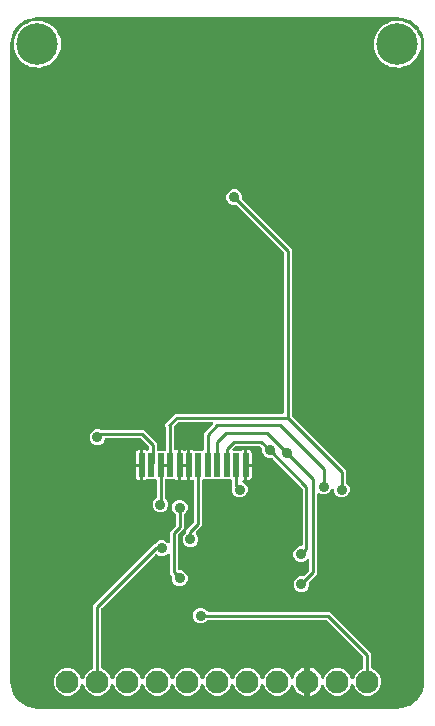
<source format=gbr>
G04 EAGLE Gerber RS-274X export*
G75*
%MOMM*%
%FSLAX34Y34*%
%LPD*%
%INBottom Copper*%
%IPPOS*%
%AMOC8*
5,1,8,0,0,1.08239X$1,22.5*%
G01*
%ADD10C,3.516000*%
%ADD11R,0.500000X2.000000*%
%ADD12C,1.930400*%
%ADD13C,0.906400*%
%ADD14C,0.254000*%

G36*
X330222Y2543D02*
X330222Y2543D01*
X330300Y2545D01*
X333677Y2810D01*
X333745Y2824D01*
X333814Y2829D01*
X333970Y2869D01*
X340394Y4956D01*
X340501Y5006D01*
X340612Y5050D01*
X340663Y5083D01*
X340682Y5091D01*
X340697Y5104D01*
X340748Y5136D01*
X346212Y9107D01*
X346299Y9188D01*
X346346Y9227D01*
X346352Y9231D01*
X346353Y9232D01*
X346391Y9264D01*
X346429Y9310D01*
X346444Y9324D01*
X346455Y9342D01*
X346493Y9388D01*
X350464Y14852D01*
X350521Y14956D01*
X350585Y15056D01*
X350607Y15113D01*
X350617Y15131D01*
X350622Y15151D01*
X350644Y15206D01*
X352731Y21630D01*
X352744Y21698D01*
X352767Y21764D01*
X352790Y21923D01*
X353055Y25300D01*
X353055Y25304D01*
X353056Y25307D01*
X353055Y25326D01*
X353059Y25400D01*
X353059Y565150D01*
X353057Y565172D01*
X353055Y565250D01*
X352790Y568627D01*
X352776Y568695D01*
X352771Y568764D01*
X352731Y568920D01*
X350644Y575344D01*
X350593Y575451D01*
X350576Y575496D01*
X350571Y575512D01*
X350568Y575516D01*
X350550Y575562D01*
X350517Y575613D01*
X350509Y575632D01*
X350496Y575647D01*
X350464Y575698D01*
X348771Y578028D01*
X348753Y578047D01*
X348739Y578070D01*
X348644Y578163D01*
X348553Y578259D01*
X348531Y578274D01*
X348512Y578292D01*
X348398Y578358D01*
X348392Y578374D01*
X348389Y578401D01*
X348340Y578525D01*
X348297Y578650D01*
X348282Y578672D01*
X348272Y578697D01*
X348186Y578833D01*
X346493Y581162D01*
X346412Y581249D01*
X346336Y581341D01*
X346290Y581379D01*
X346276Y581394D01*
X346258Y581405D01*
X346212Y581443D01*
X340748Y585414D01*
X340644Y585471D01*
X340544Y585535D01*
X340487Y585557D01*
X340469Y585567D01*
X340449Y585572D01*
X340394Y585594D01*
X333970Y587681D01*
X333902Y587694D01*
X333836Y587717D01*
X333677Y587740D01*
X330300Y588005D01*
X330278Y588004D01*
X330200Y588009D01*
X25400Y588009D01*
X25378Y588007D01*
X25300Y588005D01*
X21923Y587740D01*
X21855Y587726D01*
X21786Y587721D01*
X21630Y587681D01*
X18891Y586791D01*
X18867Y586780D01*
X18841Y586774D01*
X18724Y586713D01*
X18604Y586656D01*
X18583Y586639D01*
X18560Y586627D01*
X18462Y586539D01*
X18445Y586538D01*
X18418Y586543D01*
X18286Y586535D01*
X18153Y586533D01*
X18128Y586525D01*
X18101Y586524D01*
X17945Y586484D01*
X15206Y585594D01*
X15099Y585544D01*
X14988Y585500D01*
X14937Y585467D01*
X14918Y585459D01*
X14903Y585446D01*
X14852Y585414D01*
X9388Y581443D01*
X9301Y581362D01*
X9209Y581286D01*
X9171Y581240D01*
X9156Y581226D01*
X9145Y581208D01*
X9107Y581162D01*
X5136Y575698D01*
X5121Y575671D01*
X5107Y575653D01*
X5078Y575592D01*
X5015Y575494D01*
X4993Y575437D01*
X4983Y575419D01*
X4978Y575399D01*
X4956Y575344D01*
X2869Y568920D01*
X2856Y568852D01*
X2833Y568786D01*
X2810Y568627D01*
X2545Y565250D01*
X2546Y565228D01*
X2541Y565150D01*
X2541Y25400D01*
X2543Y25378D01*
X2545Y25300D01*
X2810Y21923D01*
X2824Y21855D01*
X2829Y21786D01*
X2869Y21630D01*
X4956Y15206D01*
X5006Y15099D01*
X5050Y14988D01*
X5083Y14937D01*
X5091Y14918D01*
X5104Y14903D01*
X5136Y14852D01*
X9107Y9388D01*
X9127Y9366D01*
X9138Y9348D01*
X9184Y9305D01*
X9188Y9301D01*
X9264Y9209D01*
X9310Y9171D01*
X9324Y9156D01*
X9342Y9145D01*
X9388Y9107D01*
X14596Y5322D01*
X14852Y5136D01*
X14956Y5079D01*
X15056Y5015D01*
X15113Y4993D01*
X15131Y4983D01*
X15151Y4978D01*
X15206Y4956D01*
X21630Y2869D01*
X21698Y2856D01*
X21764Y2833D01*
X21923Y2810D01*
X25300Y2545D01*
X25322Y2546D01*
X25400Y2541D01*
X330200Y2541D01*
X330222Y2543D01*
G37*
%LPC*%
G36*
X247614Y101385D02*
X247614Y101385D01*
X245201Y102385D01*
X243355Y104231D01*
X242355Y106644D01*
X242355Y109256D01*
X243355Y111669D01*
X245201Y113515D01*
X247614Y114515D01*
X250288Y114515D01*
X250386Y114527D01*
X250485Y114530D01*
X250544Y114547D01*
X250604Y114555D01*
X250696Y114591D01*
X250791Y114619D01*
X250843Y114649D01*
X250899Y114672D01*
X250979Y114730D01*
X251065Y114780D01*
X251140Y114846D01*
X251157Y114858D01*
X251165Y114868D01*
X251186Y114886D01*
X255406Y119106D01*
X255466Y119185D01*
X255534Y119257D01*
X255563Y119310D01*
X255600Y119358D01*
X255640Y119449D01*
X255688Y119535D01*
X255703Y119594D01*
X255727Y119649D01*
X255742Y119747D01*
X255767Y119843D01*
X255773Y119943D01*
X255777Y119964D01*
X255775Y119976D01*
X255777Y120004D01*
X255777Y128073D01*
X255760Y128211D01*
X255747Y128349D01*
X255740Y128368D01*
X255737Y128389D01*
X255686Y128518D01*
X255639Y128649D01*
X255628Y128666D01*
X255620Y128684D01*
X255539Y128797D01*
X255461Y128912D01*
X255445Y128925D01*
X255434Y128942D01*
X255326Y129030D01*
X255222Y129122D01*
X255204Y129132D01*
X255189Y129144D01*
X255063Y129204D01*
X254939Y129267D01*
X254919Y129271D01*
X254901Y129280D01*
X254764Y129306D01*
X254629Y129337D01*
X254608Y129336D01*
X254589Y129340D01*
X254450Y129331D01*
X254311Y129327D01*
X254291Y129321D01*
X254271Y129320D01*
X254139Y129277D01*
X254005Y129239D01*
X253988Y129228D01*
X253969Y129222D01*
X253851Y129148D01*
X253731Y129077D01*
X253710Y129058D01*
X253700Y129052D01*
X253686Y129037D01*
X253611Y128971D01*
X252425Y127785D01*
X250012Y126785D01*
X247400Y126785D01*
X244987Y127785D01*
X243141Y129631D01*
X242141Y132044D01*
X242141Y134656D01*
X243141Y137069D01*
X244987Y138915D01*
X247400Y139915D01*
X248666Y139915D01*
X248784Y139930D01*
X248903Y139937D01*
X248941Y139950D01*
X248982Y139955D01*
X249092Y139998D01*
X249205Y140035D01*
X249240Y140057D01*
X249277Y140072D01*
X249373Y140141D01*
X249474Y140205D01*
X249502Y140235D01*
X249535Y140258D01*
X249611Y140350D01*
X249692Y140437D01*
X249712Y140472D01*
X249737Y140503D01*
X249788Y140611D01*
X249846Y140715D01*
X249856Y140755D01*
X249873Y140791D01*
X249895Y140908D01*
X249925Y141023D01*
X249929Y141083D01*
X249933Y141103D01*
X249931Y141124D01*
X249935Y141184D01*
X249935Y188606D01*
X249923Y188704D01*
X249920Y188803D01*
X249903Y188862D01*
X249895Y188922D01*
X249859Y189014D01*
X249831Y189109D01*
X249801Y189161D01*
X249778Y189217D01*
X249720Y189297D01*
X249670Y189383D01*
X249604Y189458D01*
X249592Y189475D01*
X249582Y189483D01*
X249564Y189504D01*
X224770Y214298D01*
X224691Y214358D01*
X224619Y214426D01*
X224566Y214455D01*
X224518Y214492D01*
X224427Y214532D01*
X224341Y214580D01*
X224282Y214595D01*
X224227Y214619D01*
X224129Y214634D01*
X224033Y214659D01*
X223933Y214665D01*
X223913Y214669D01*
X223900Y214667D01*
X223872Y214669D01*
X221198Y214669D01*
X218785Y215669D01*
X216939Y217515D01*
X215939Y219928D01*
X215939Y222602D01*
X215927Y222700D01*
X215924Y222799D01*
X215907Y222858D01*
X215899Y222918D01*
X215863Y223010D01*
X215835Y223105D01*
X215805Y223157D01*
X215782Y223213D01*
X215724Y223293D01*
X215674Y223379D01*
X215608Y223454D01*
X215596Y223471D01*
X215586Y223479D01*
X215568Y223500D01*
X214142Y224926D01*
X214063Y224986D01*
X213991Y225054D01*
X213938Y225083D01*
X213890Y225120D01*
X213799Y225160D01*
X213713Y225208D01*
X213654Y225223D01*
X213599Y225247D01*
X213501Y225262D01*
X213405Y225287D01*
X213305Y225293D01*
X213284Y225297D01*
X213272Y225295D01*
X213244Y225297D01*
X193664Y225297D01*
X193566Y225285D01*
X193467Y225282D01*
X193408Y225265D01*
X193348Y225257D01*
X193256Y225221D01*
X193161Y225193D01*
X193109Y225163D01*
X193053Y225140D01*
X192973Y225082D01*
X192887Y225032D01*
X192812Y224966D01*
X192795Y224954D01*
X192787Y224944D01*
X192766Y224926D01*
X190840Y222999D01*
X190755Y222889D01*
X190666Y222783D01*
X190658Y222764D01*
X190645Y222748D01*
X190590Y222620D01*
X190531Y222495D01*
X190527Y222475D01*
X190519Y222456D01*
X190497Y222318D01*
X190471Y222182D01*
X190472Y222162D01*
X190469Y222142D01*
X190482Y222003D01*
X190491Y221865D01*
X190497Y221846D01*
X190499Y221826D01*
X190546Y221694D01*
X190589Y221563D01*
X190600Y221545D01*
X190607Y221526D01*
X190685Y221411D01*
X190759Y221294D01*
X190774Y221280D01*
X190785Y221263D01*
X190889Y221171D01*
X190991Y221076D01*
X191008Y221066D01*
X191024Y221053D01*
X191148Y220989D01*
X191269Y220922D01*
X191289Y220917D01*
X191307Y220908D01*
X191443Y220878D01*
X191577Y220843D01*
X191605Y220841D01*
X191617Y220838D01*
X191638Y220839D01*
X191738Y220833D01*
X197349Y220833D01*
X197441Y220844D01*
X197533Y220846D01*
X197598Y220864D01*
X197665Y220873D01*
X197751Y220907D01*
X197840Y220931D01*
X197945Y220983D01*
X197960Y220990D01*
X197967Y220995D01*
X197984Y221003D01*
X198269Y221168D01*
X198916Y221341D01*
X200481Y221341D01*
X200481Y208800D01*
X200481Y196259D01*
X200349Y196259D01*
X200280Y196251D01*
X200210Y196252D01*
X200123Y196231D01*
X200034Y196219D01*
X199969Y196194D01*
X199901Y196177D01*
X199821Y196135D01*
X199738Y196102D01*
X199681Y196061D01*
X199620Y196029D01*
X199553Y195968D01*
X199481Y195916D01*
X199436Y195862D01*
X199384Y195815D01*
X199335Y195740D01*
X199278Y195671D01*
X199248Y195607D01*
X199210Y195549D01*
X199181Y195464D01*
X199142Y195383D01*
X199129Y195314D01*
X199106Y195248D01*
X199099Y195159D01*
X199082Y195071D01*
X199087Y195001D01*
X199081Y194931D01*
X199097Y194843D01*
X199102Y194753D01*
X199124Y194687D01*
X199136Y194618D01*
X199173Y194536D01*
X199200Y194451D01*
X199238Y194392D01*
X199266Y194328D01*
X199322Y194258D01*
X199370Y194182D01*
X199421Y194134D01*
X199465Y194080D01*
X199537Y194026D01*
X199602Y193964D01*
X199663Y193930D01*
X199719Y193888D01*
X199863Y193817D01*
X200569Y193525D01*
X202415Y191679D01*
X203415Y189266D01*
X203415Y186654D01*
X202415Y184241D01*
X200569Y182395D01*
X198156Y181395D01*
X195544Y181395D01*
X193131Y182395D01*
X191285Y184241D01*
X190285Y186654D01*
X190285Y189266D01*
X190351Y189424D01*
X190353Y189433D01*
X190358Y189441D01*
X190395Y189586D01*
X190435Y189730D01*
X190435Y189740D01*
X190437Y189749D01*
X190447Y189909D01*
X190447Y195498D01*
X190432Y195616D01*
X190425Y195735D01*
X190412Y195773D01*
X190407Y195814D01*
X190364Y195924D01*
X190327Y196037D01*
X190305Y196072D01*
X190290Y196109D01*
X190221Y196205D01*
X190157Y196306D01*
X190127Y196334D01*
X190104Y196367D01*
X190012Y196443D01*
X189925Y196524D01*
X189890Y196544D01*
X189859Y196569D01*
X189751Y196620D01*
X189647Y196678D01*
X189607Y196688D01*
X189571Y196705D01*
X189454Y196727D01*
X189339Y196757D01*
X189279Y196761D01*
X189259Y196765D01*
X189238Y196763D01*
X189178Y196767D01*
X182293Y196767D01*
X182287Y196770D01*
X182181Y196824D01*
X182142Y196833D01*
X182105Y196849D01*
X181987Y196868D01*
X181871Y196894D01*
X181830Y196893D01*
X181790Y196899D01*
X181672Y196888D01*
X181553Y196884D01*
X181514Y196873D01*
X181474Y196869D01*
X181362Y196829D01*
X181247Y196796D01*
X181213Y196775D01*
X181190Y196767D01*
X174293Y196767D01*
X174287Y196770D01*
X174181Y196824D01*
X174142Y196833D01*
X174105Y196849D01*
X173987Y196868D01*
X173871Y196894D01*
X173830Y196893D01*
X173790Y196899D01*
X173672Y196888D01*
X173553Y196884D01*
X173514Y196873D01*
X173474Y196869D01*
X173362Y196829D01*
X173247Y196796D01*
X173213Y196775D01*
X173190Y196767D01*
X166322Y196767D01*
X166204Y196752D01*
X166085Y196745D01*
X166047Y196732D01*
X166006Y196727D01*
X165896Y196684D01*
X165783Y196647D01*
X165748Y196625D01*
X165711Y196610D01*
X165615Y196541D01*
X165514Y196477D01*
X165486Y196447D01*
X165453Y196424D01*
X165377Y196332D01*
X165296Y196245D01*
X165276Y196210D01*
X165251Y196179D01*
X165200Y196071D01*
X165142Y195967D01*
X165132Y195927D01*
X165115Y195891D01*
X165093Y195774D01*
X165063Y195659D01*
X165059Y195599D01*
X165055Y195579D01*
X165057Y195558D01*
X165056Y195552D01*
X165055Y195547D01*
X165056Y195543D01*
X165053Y195498D01*
X165053Y157842D01*
X159640Y152429D01*
X159567Y152335D01*
X159488Y152246D01*
X159470Y152210D01*
X159445Y152178D01*
X159398Y152068D01*
X159343Y151963D01*
X159335Y151923D01*
X159319Y151886D01*
X159300Y151768D01*
X159274Y151652D01*
X159275Y151612D01*
X159269Y151572D01*
X159280Y151453D01*
X159283Y151334D01*
X159295Y151295D01*
X159299Y151255D01*
X159339Y151143D01*
X159372Y151029D01*
X159392Y150994D01*
X159406Y150956D01*
X159473Y150857D01*
X159533Y150755D01*
X159573Y150710D01*
X159585Y150693D01*
X159600Y150679D01*
X159640Y150634D01*
X160505Y149769D01*
X161505Y147356D01*
X161505Y144744D01*
X160505Y142331D01*
X158659Y140485D01*
X156246Y139485D01*
X153634Y139485D01*
X151221Y140485D01*
X149375Y142331D01*
X148375Y144744D01*
X148375Y147356D01*
X149375Y149769D01*
X151266Y151659D01*
X151326Y151738D01*
X151394Y151810D01*
X151423Y151863D01*
X151460Y151911D01*
X151500Y152002D01*
X151548Y152088D01*
X151563Y152147D01*
X151587Y152203D01*
X151602Y152301D01*
X151627Y152396D01*
X151633Y152496D01*
X151637Y152517D01*
X151635Y152529D01*
X151637Y152557D01*
X151637Y153768D01*
X153944Y156074D01*
X158076Y160206D01*
X158136Y160285D01*
X158204Y160357D01*
X158233Y160410D01*
X158270Y160458D01*
X158310Y160549D01*
X158358Y160635D01*
X158373Y160694D01*
X158397Y160749D01*
X158412Y160847D01*
X158437Y160943D01*
X158443Y161043D01*
X158447Y161064D01*
X158445Y161076D01*
X158447Y161104D01*
X158447Y195104D01*
X158431Y195229D01*
X158422Y195354D01*
X158412Y195386D01*
X158407Y195420D01*
X158361Y195537D01*
X158321Y195656D01*
X158303Y195684D01*
X158290Y195716D01*
X158216Y195817D01*
X158148Y195923D01*
X158123Y195946D01*
X158104Y195973D01*
X158007Y196053D01*
X157914Y196138D01*
X157885Y196154D01*
X157859Y196176D01*
X157745Y196229D01*
X157634Y196289D01*
X157601Y196297D01*
X157571Y196311D01*
X157448Y196335D01*
X157325Y196365D01*
X157292Y196365D01*
X157259Y196371D01*
X157133Y196363D01*
X157007Y196362D01*
X156959Y196352D01*
X156941Y196351D01*
X156921Y196345D01*
X156849Y196330D01*
X156585Y196259D01*
X155019Y196259D01*
X155019Y208800D01*
X155019Y221341D01*
X156584Y221341D01*
X157231Y221168D01*
X157516Y221003D01*
X157601Y220967D01*
X157682Y220922D01*
X157747Y220906D01*
X157809Y220880D01*
X157901Y220866D01*
X157990Y220843D01*
X158107Y220836D01*
X158124Y220833D01*
X158132Y220834D01*
X158151Y220833D01*
X165178Y220833D01*
X165296Y220848D01*
X165415Y220855D01*
X165453Y220868D01*
X165494Y220873D01*
X165604Y220916D01*
X165717Y220953D01*
X165752Y220975D01*
X165789Y220990D01*
X165885Y221059D01*
X165986Y221123D01*
X166014Y221153D01*
X166047Y221176D01*
X166123Y221268D01*
X166204Y221355D01*
X166224Y221390D01*
X166249Y221421D01*
X166300Y221529D01*
X166358Y221633D01*
X166368Y221673D01*
X166385Y221709D01*
X166407Y221826D01*
X166437Y221941D01*
X166441Y222001D01*
X166445Y222021D01*
X166444Y222036D01*
X166445Y222040D01*
X166444Y222051D01*
X166447Y222102D01*
X166447Y235888D01*
X168754Y238194D01*
X174010Y243451D01*
X174095Y243560D01*
X174184Y243667D01*
X174192Y243686D01*
X174205Y243702D01*
X174260Y243830D01*
X174319Y243955D01*
X174323Y243975D01*
X174331Y243994D01*
X174353Y244132D01*
X174379Y244268D01*
X174378Y244288D01*
X174381Y244308D01*
X174368Y244447D01*
X174359Y244585D01*
X174353Y244604D01*
X174351Y244624D01*
X174304Y244756D01*
X174261Y244887D01*
X174250Y244905D01*
X174243Y244924D01*
X174165Y245039D01*
X174091Y245156D01*
X174076Y245170D01*
X174065Y245187D01*
X173961Y245279D01*
X173859Y245374D01*
X173842Y245384D01*
X173826Y245397D01*
X173702Y245461D01*
X173581Y245528D01*
X173561Y245533D01*
X173543Y245542D01*
X173407Y245572D01*
X173273Y245607D01*
X173245Y245609D01*
X173233Y245612D01*
X173212Y245611D01*
X173112Y245617D01*
X145404Y245617D01*
X145306Y245605D01*
X145207Y245602D01*
X145148Y245585D01*
X145088Y245577D01*
X144996Y245541D01*
X144901Y245513D01*
X144849Y245483D01*
X144793Y245460D01*
X144713Y245402D01*
X144627Y245352D01*
X144552Y245286D01*
X144535Y245274D01*
X144527Y245264D01*
X144506Y245246D01*
X141424Y242164D01*
X141364Y242085D01*
X141296Y242013D01*
X141267Y241960D01*
X141230Y241912D01*
X141190Y241821D01*
X141142Y241735D01*
X141127Y241676D01*
X141103Y241621D01*
X141088Y241523D01*
X141063Y241427D01*
X141057Y241327D01*
X141053Y241306D01*
X141055Y241294D01*
X141053Y241266D01*
X141053Y222496D01*
X141069Y222371D01*
X141078Y222246D01*
X141088Y222214D01*
X141093Y222180D01*
X141139Y222063D01*
X141179Y221944D01*
X141197Y221916D01*
X141210Y221884D01*
X141284Y221783D01*
X141352Y221677D01*
X141377Y221654D01*
X141396Y221627D01*
X141493Y221547D01*
X141586Y221462D01*
X141615Y221446D01*
X141641Y221424D01*
X141755Y221371D01*
X141866Y221311D01*
X141899Y221303D01*
X141929Y221289D01*
X142052Y221265D01*
X142175Y221235D01*
X142208Y221235D01*
X142241Y221229D01*
X142367Y221237D01*
X142493Y221238D01*
X142541Y221248D01*
X142559Y221249D01*
X142579Y221255D01*
X142651Y221270D01*
X142915Y221341D01*
X144481Y221341D01*
X144481Y208800D01*
X144481Y196259D01*
X142916Y196259D01*
X142269Y196432D01*
X141984Y196597D01*
X141899Y196633D01*
X141818Y196678D01*
X141753Y196694D01*
X141691Y196720D01*
X141599Y196734D01*
X141510Y196757D01*
X141393Y196764D01*
X141376Y196767D01*
X141368Y196766D01*
X141349Y196767D01*
X134322Y196767D01*
X134204Y196752D01*
X134085Y196745D01*
X134047Y196732D01*
X134006Y196727D01*
X133896Y196684D01*
X133783Y196647D01*
X133748Y196625D01*
X133711Y196610D01*
X133615Y196541D01*
X133514Y196477D01*
X133486Y196447D01*
X133453Y196424D01*
X133377Y196332D01*
X133296Y196245D01*
X133276Y196210D01*
X133251Y196179D01*
X133200Y196071D01*
X133142Y195967D01*
X133132Y195927D01*
X133115Y195891D01*
X133093Y195774D01*
X133063Y195659D01*
X133059Y195599D01*
X133055Y195579D01*
X133057Y195558D01*
X133056Y195552D01*
X133055Y195547D01*
X133056Y195543D01*
X133053Y195498D01*
X133053Y181557D01*
X133065Y181459D01*
X133068Y181360D01*
X133085Y181302D01*
X133093Y181241D01*
X133129Y181149D01*
X133157Y181054D01*
X133187Y181002D01*
X133210Y180946D01*
X133268Y180866D01*
X133318Y180780D01*
X133384Y180705D01*
X133396Y180688D01*
X133406Y180681D01*
X133424Y180659D01*
X135105Y178979D01*
X136105Y176566D01*
X136105Y173954D01*
X135105Y171541D01*
X133259Y169695D01*
X130846Y168695D01*
X128234Y168695D01*
X125821Y169695D01*
X123975Y171541D01*
X122975Y173954D01*
X122975Y176566D01*
X123975Y178979D01*
X125879Y180883D01*
X125940Y180917D01*
X125961Y180938D01*
X125986Y180954D01*
X126075Y181048D01*
X126168Y181139D01*
X126184Y181164D01*
X126204Y181186D01*
X126267Y181299D01*
X126335Y181410D01*
X126343Y181438D01*
X126358Y181464D01*
X126390Y181590D01*
X126428Y181714D01*
X126430Y181743D01*
X126437Y181772D01*
X126447Y181933D01*
X126447Y195498D01*
X126432Y195616D01*
X126425Y195735D01*
X126412Y195773D01*
X126407Y195814D01*
X126364Y195924D01*
X126327Y196037D01*
X126305Y196072D01*
X126290Y196109D01*
X126221Y196205D01*
X126157Y196306D01*
X126127Y196334D01*
X126104Y196367D01*
X126012Y196443D01*
X125925Y196524D01*
X125890Y196544D01*
X125859Y196569D01*
X125751Y196620D01*
X125647Y196678D01*
X125607Y196688D01*
X125571Y196705D01*
X125454Y196727D01*
X125339Y196757D01*
X125279Y196761D01*
X125259Y196765D01*
X125238Y196763D01*
X125178Y196767D01*
X118151Y196767D01*
X118059Y196756D01*
X117967Y196754D01*
X117902Y196736D01*
X117835Y196727D01*
X117749Y196693D01*
X117660Y196669D01*
X117555Y196617D01*
X117540Y196610D01*
X117533Y196605D01*
X117516Y196597D01*
X117231Y196432D01*
X116584Y196259D01*
X115019Y196259D01*
X115019Y208800D01*
X115019Y221341D01*
X116584Y221341D01*
X117231Y221168D01*
X117516Y221003D01*
X117601Y220967D01*
X117682Y220922D01*
X117747Y220906D01*
X117809Y220880D01*
X117901Y220866D01*
X117990Y220843D01*
X118107Y220836D01*
X118124Y220833D01*
X118132Y220834D01*
X118151Y220833D01*
X118618Y220833D01*
X118736Y220848D01*
X118855Y220855D01*
X118893Y220868D01*
X118934Y220873D01*
X119044Y220916D01*
X119157Y220953D01*
X119192Y220975D01*
X119229Y220990D01*
X119325Y221059D01*
X119426Y221123D01*
X119454Y221153D01*
X119487Y221176D01*
X119563Y221268D01*
X119644Y221355D01*
X119664Y221390D01*
X119689Y221421D01*
X119740Y221529D01*
X119798Y221633D01*
X119808Y221673D01*
X119825Y221709D01*
X119847Y221826D01*
X119877Y221941D01*
X119881Y222001D01*
X119885Y222021D01*
X119884Y222036D01*
X119885Y222040D01*
X119884Y222051D01*
X119887Y222102D01*
X119887Y224166D01*
X119875Y224264D01*
X119872Y224363D01*
X119855Y224422D01*
X119847Y224482D01*
X119811Y224574D01*
X119783Y224669D01*
X119753Y224721D01*
X119730Y224777D01*
X119672Y224857D01*
X119622Y224943D01*
X119556Y225018D01*
X119544Y225035D01*
X119534Y225043D01*
X119516Y225064D01*
X113304Y231276D01*
X113225Y231336D01*
X113153Y231404D01*
X113100Y231433D01*
X113052Y231470D01*
X112961Y231510D01*
X112875Y231558D01*
X112816Y231573D01*
X112761Y231597D01*
X112663Y231612D01*
X112567Y231637D01*
X112467Y231643D01*
X112446Y231647D01*
X112434Y231645D01*
X112406Y231647D01*
X83838Y231647D01*
X83809Y231644D01*
X83779Y231646D01*
X83651Y231624D01*
X83522Y231607D01*
X83495Y231597D01*
X83466Y231592D01*
X83347Y231538D01*
X83227Y231490D01*
X83203Y231473D01*
X83176Y231461D01*
X83074Y231380D01*
X82969Y231304D01*
X82950Y231281D01*
X82927Y231262D01*
X82849Y231159D01*
X82766Y231059D01*
X82754Y231032D01*
X82736Y231008D01*
X82665Y230864D01*
X81765Y228691D01*
X79919Y226845D01*
X77506Y225845D01*
X74894Y225845D01*
X72481Y226845D01*
X70635Y228691D01*
X69635Y231104D01*
X69635Y233716D01*
X70635Y236129D01*
X72481Y237975D01*
X74894Y238975D01*
X77506Y238975D01*
X79016Y238349D01*
X79025Y238347D01*
X79033Y238342D01*
X79178Y238305D01*
X79322Y238265D01*
X79332Y238265D01*
X79341Y238263D01*
X79501Y238253D01*
X115668Y238253D01*
X126493Y227428D01*
X126493Y222102D01*
X126508Y221984D01*
X126515Y221865D01*
X126528Y221827D01*
X126533Y221786D01*
X126576Y221676D01*
X126613Y221563D01*
X126635Y221528D01*
X126650Y221491D01*
X126719Y221395D01*
X126783Y221294D01*
X126813Y221266D01*
X126836Y221233D01*
X126928Y221157D01*
X127015Y221076D01*
X127050Y221056D01*
X127081Y221031D01*
X127189Y220980D01*
X127293Y220922D01*
X127333Y220912D01*
X127369Y220895D01*
X127486Y220873D01*
X127601Y220843D01*
X127661Y220839D01*
X127681Y220835D01*
X127702Y220837D01*
X127762Y220833D01*
X133178Y220833D01*
X133296Y220848D01*
X133415Y220855D01*
X133453Y220868D01*
X133494Y220873D01*
X133604Y220916D01*
X133717Y220953D01*
X133752Y220975D01*
X133789Y220990D01*
X133885Y221059D01*
X133986Y221123D01*
X134014Y221153D01*
X134047Y221176D01*
X134123Y221268D01*
X134204Y221355D01*
X134224Y221390D01*
X134249Y221421D01*
X134300Y221529D01*
X134358Y221633D01*
X134368Y221673D01*
X134385Y221709D01*
X134407Y221826D01*
X134437Y221941D01*
X134441Y222001D01*
X134445Y222021D01*
X134444Y222036D01*
X134445Y222040D01*
X134444Y222051D01*
X134447Y222102D01*
X134447Y240086D01*
X134435Y240184D01*
X134432Y240283D01*
X134415Y240342D01*
X134407Y240402D01*
X134371Y240494D01*
X134343Y240589D01*
X134313Y240641D01*
X134290Y240697D01*
X134232Y240777D01*
X134182Y240863D01*
X134116Y240938D01*
X134104Y240955D01*
X134094Y240963D01*
X134076Y240984D01*
X133857Y241202D01*
X133857Y243938D01*
X142142Y252223D01*
X232918Y252223D01*
X233036Y252238D01*
X233155Y252245D01*
X233193Y252258D01*
X233234Y252263D01*
X233344Y252306D01*
X233457Y252343D01*
X233492Y252365D01*
X233529Y252380D01*
X233625Y252449D01*
X233726Y252513D01*
X233754Y252543D01*
X233787Y252566D01*
X233863Y252658D01*
X233944Y252745D01*
X233964Y252780D01*
X233989Y252811D01*
X234040Y252919D01*
X234098Y253023D01*
X234108Y253063D01*
X234125Y253099D01*
X234147Y253216D01*
X234177Y253331D01*
X234181Y253391D01*
X234185Y253411D01*
X234183Y253432D01*
X234187Y253492D01*
X234187Y388216D01*
X234175Y388314D01*
X234172Y388413D01*
X234155Y388472D01*
X234147Y388532D01*
X234111Y388624D01*
X234083Y388719D01*
X234053Y388771D01*
X234030Y388827D01*
X233972Y388907D01*
X233922Y388993D01*
X233856Y389068D01*
X233844Y389085D01*
X233834Y389093D01*
X233816Y389114D01*
X194256Y428674D01*
X194177Y428734D01*
X194105Y428802D01*
X194052Y428831D01*
X194004Y428868D01*
X193913Y428908D01*
X193827Y428956D01*
X193768Y428971D01*
X193713Y428995D01*
X193615Y429010D01*
X193519Y429035D01*
X193419Y429041D01*
X193398Y429045D01*
X193386Y429043D01*
X193358Y429045D01*
X190684Y429045D01*
X188271Y430045D01*
X186425Y431891D01*
X185425Y434304D01*
X185425Y436916D01*
X186425Y439329D01*
X188271Y441175D01*
X190684Y442175D01*
X193296Y442175D01*
X195709Y441175D01*
X197555Y439329D01*
X198555Y436916D01*
X198555Y434242D01*
X198567Y434144D01*
X198570Y434045D01*
X198587Y433986D01*
X198595Y433926D01*
X198631Y433834D01*
X198659Y433739D01*
X198689Y433687D01*
X198712Y433631D01*
X198770Y433551D01*
X198820Y433465D01*
X198886Y433390D01*
X198898Y433373D01*
X198908Y433365D01*
X198926Y433344D01*
X240793Y391478D01*
X240793Y250814D01*
X240805Y250716D01*
X240808Y250617D01*
X240825Y250558D01*
X240833Y250498D01*
X240869Y250406D01*
X240897Y250311D01*
X240927Y250259D01*
X240950Y250203D01*
X241008Y250123D01*
X241058Y250037D01*
X241124Y249962D01*
X241136Y249945D01*
X241146Y249937D01*
X241164Y249916D01*
X286513Y204568D01*
X286513Y194467D01*
X286525Y194369D01*
X286528Y194270D01*
X286545Y194212D01*
X286553Y194151D01*
X286589Y194059D01*
X286617Y193964D01*
X286647Y193912D01*
X286670Y193856D01*
X286728Y193776D01*
X286778Y193690D01*
X286844Y193615D01*
X286856Y193598D01*
X286866Y193591D01*
X286884Y193569D01*
X288775Y191679D01*
X289775Y189266D01*
X289775Y186654D01*
X288775Y184241D01*
X286929Y182395D01*
X284516Y181395D01*
X281904Y181395D01*
X279491Y182395D01*
X277645Y184241D01*
X276645Y186654D01*
X276645Y187909D01*
X276637Y187978D01*
X276638Y188048D01*
X276617Y188135D01*
X276605Y188224D01*
X276580Y188289D01*
X276563Y188357D01*
X276521Y188436D01*
X276488Y188520D01*
X276447Y188576D01*
X276415Y188638D01*
X276354Y188704D01*
X276302Y188777D01*
X276248Y188822D01*
X276201Y188873D01*
X276126Y188923D01*
X276057Y188980D01*
X275993Y189010D01*
X275935Y189048D01*
X275850Y189077D01*
X275769Y189115D01*
X275700Y189129D01*
X275634Y189151D01*
X275545Y189158D01*
X275457Y189175D01*
X275387Y189171D01*
X275317Y189176D01*
X275229Y189161D01*
X275139Y189155D01*
X275073Y189134D01*
X275004Y189122D01*
X274922Y189085D01*
X274837Y189057D01*
X274778Y189020D01*
X274714Y188991D01*
X274644Y188935D01*
X274568Y188887D01*
X274520Y188836D01*
X274466Y188793D01*
X274411Y188721D01*
X274350Y188656D01*
X274316Y188595D01*
X274274Y188539D01*
X274203Y188394D01*
X273535Y186781D01*
X271689Y184935D01*
X269276Y183935D01*
X266664Y183935D01*
X264138Y184982D01*
X264090Y184995D01*
X264045Y185016D01*
X263937Y185037D01*
X263831Y185066D01*
X263781Y185066D01*
X263732Y185076D01*
X263623Y185069D01*
X263513Y185071D01*
X263465Y185059D01*
X263415Y185056D01*
X263311Y185022D01*
X263204Y184997D01*
X263160Y184973D01*
X263113Y184958D01*
X263020Y184899D01*
X262923Y184848D01*
X262886Y184815D01*
X262844Y184788D01*
X262769Y184708D01*
X262687Y184634D01*
X262660Y184592D01*
X262626Y184556D01*
X262573Y184460D01*
X262513Y184368D01*
X262496Y184321D01*
X262472Y184278D01*
X262445Y184171D01*
X262409Y184067D01*
X262405Y184018D01*
X262393Y183970D01*
X262383Y183809D01*
X262383Y116742D01*
X255856Y110216D01*
X255796Y110137D01*
X255728Y110065D01*
X255699Y110012D01*
X255662Y109964D01*
X255622Y109873D01*
X255574Y109787D01*
X255559Y109728D01*
X255535Y109673D01*
X255520Y109575D01*
X255495Y109479D01*
X255489Y109379D01*
X255485Y109358D01*
X255487Y109346D01*
X255485Y109318D01*
X255485Y106644D01*
X254485Y104231D01*
X252639Y102385D01*
X250226Y101385D01*
X247614Y101385D01*
G37*
%LPD*%
%LPC*%
G36*
X251145Y13507D02*
X251145Y13507D01*
X249320Y14101D01*
X247610Y14972D01*
X246057Y16100D01*
X244700Y17457D01*
X243572Y19010D01*
X242701Y20720D01*
X242273Y22036D01*
X242260Y22063D01*
X242253Y22092D01*
X242192Y22207D01*
X242137Y22324D01*
X242118Y22347D01*
X242104Y22374D01*
X242017Y22470D01*
X241935Y22569D01*
X241910Y22587D01*
X241890Y22609D01*
X241782Y22680D01*
X241677Y22756D01*
X241650Y22767D01*
X241625Y22784D01*
X241502Y22826D01*
X241382Y22873D01*
X241352Y22877D01*
X241324Y22887D01*
X241195Y22897D01*
X241066Y22913D01*
X241037Y22910D01*
X241007Y22912D01*
X240879Y22890D01*
X240751Y22874D01*
X240723Y22863D01*
X240694Y22858D01*
X240575Y22805D01*
X240455Y22757D01*
X240431Y22739D01*
X240404Y22727D01*
X240302Y22646D01*
X240198Y22570D01*
X240179Y22547D01*
X240155Y22529D01*
X240077Y22425D01*
X239995Y22325D01*
X239982Y22298D01*
X239964Y22274D01*
X239893Y22130D01*
X238506Y18781D01*
X235219Y15494D01*
X230924Y13715D01*
X226276Y13715D01*
X221981Y15494D01*
X218694Y18781D01*
X217073Y22696D01*
X217004Y22817D01*
X216939Y22940D01*
X216925Y22955D01*
X216915Y22972D01*
X216818Y23072D01*
X216725Y23175D01*
X216708Y23186D01*
X216694Y23201D01*
X216575Y23273D01*
X216459Y23350D01*
X216440Y23356D01*
X216423Y23367D01*
X216290Y23408D01*
X216158Y23453D01*
X216138Y23454D01*
X216119Y23460D01*
X215980Y23467D01*
X215841Y23478D01*
X215821Y23475D01*
X215801Y23476D01*
X215665Y23447D01*
X215528Y23424D01*
X215509Y23415D01*
X215490Y23411D01*
X215364Y23350D01*
X215238Y23293D01*
X215222Y23280D01*
X215204Y23272D01*
X215098Y23181D01*
X214990Y23094D01*
X214977Y23078D01*
X214962Y23065D01*
X214882Y22951D01*
X214798Y22840D01*
X214786Y22815D01*
X214779Y22805D01*
X214772Y22786D01*
X214727Y22696D01*
X213106Y18781D01*
X209819Y15494D01*
X205524Y13715D01*
X200876Y13715D01*
X196581Y15494D01*
X193294Y18781D01*
X191673Y22696D01*
X191604Y22817D01*
X191539Y22940D01*
X191525Y22955D01*
X191515Y22972D01*
X191418Y23072D01*
X191325Y23175D01*
X191308Y23186D01*
X191294Y23201D01*
X191175Y23273D01*
X191059Y23350D01*
X191040Y23356D01*
X191023Y23367D01*
X190890Y23408D01*
X190758Y23453D01*
X190738Y23454D01*
X190719Y23460D01*
X190580Y23467D01*
X190441Y23478D01*
X190421Y23475D01*
X190401Y23476D01*
X190265Y23447D01*
X190128Y23424D01*
X190109Y23415D01*
X190090Y23411D01*
X189964Y23350D01*
X189838Y23293D01*
X189822Y23280D01*
X189804Y23272D01*
X189698Y23181D01*
X189590Y23094D01*
X189577Y23078D01*
X189562Y23065D01*
X189482Y22951D01*
X189398Y22840D01*
X189386Y22815D01*
X189379Y22805D01*
X189372Y22786D01*
X189327Y22696D01*
X187706Y18781D01*
X184419Y15494D01*
X180124Y13715D01*
X175476Y13715D01*
X171181Y15494D01*
X167894Y18781D01*
X166273Y22696D01*
X166204Y22816D01*
X166139Y22940D01*
X166125Y22954D01*
X166115Y22972D01*
X166018Y23072D01*
X165925Y23175D01*
X165908Y23186D01*
X165894Y23201D01*
X165776Y23273D01*
X165659Y23350D01*
X165640Y23356D01*
X165623Y23367D01*
X165490Y23408D01*
X165358Y23453D01*
X165338Y23454D01*
X165319Y23460D01*
X165180Y23467D01*
X165041Y23478D01*
X165021Y23475D01*
X165001Y23476D01*
X164865Y23447D01*
X164728Y23424D01*
X164710Y23415D01*
X164690Y23411D01*
X164564Y23350D01*
X164438Y23293D01*
X164422Y23280D01*
X164404Y23272D01*
X164298Y23181D01*
X164190Y23094D01*
X164177Y23078D01*
X164162Y23065D01*
X164082Y22951D01*
X163998Y22840D01*
X163986Y22815D01*
X163979Y22805D01*
X163972Y22786D01*
X163927Y22696D01*
X162306Y18781D01*
X159019Y15494D01*
X154724Y13715D01*
X150076Y13715D01*
X145781Y15494D01*
X142494Y18781D01*
X140873Y22696D01*
X140804Y22817D01*
X140739Y22939D01*
X140725Y22954D01*
X140715Y22972D01*
X140618Y23072D01*
X140525Y23175D01*
X140508Y23186D01*
X140494Y23201D01*
X140375Y23273D01*
X140259Y23350D01*
X140240Y23356D01*
X140223Y23367D01*
X140090Y23408D01*
X139958Y23453D01*
X139938Y23454D01*
X139919Y23460D01*
X139780Y23467D01*
X139641Y23478D01*
X139621Y23475D01*
X139601Y23475D01*
X139465Y23447D01*
X139328Y23424D01*
X139309Y23415D01*
X139290Y23411D01*
X139164Y23350D01*
X139038Y23293D01*
X139022Y23280D01*
X139004Y23271D01*
X138898Y23181D01*
X138790Y23094D01*
X138777Y23078D01*
X138762Y23065D01*
X138682Y22951D01*
X138598Y22840D01*
X138586Y22815D01*
X138579Y22805D01*
X138572Y22786D01*
X138527Y22696D01*
X136906Y18781D01*
X133619Y15494D01*
X129324Y13715D01*
X124676Y13715D01*
X120381Y15494D01*
X117094Y18781D01*
X115473Y22696D01*
X115404Y22817D01*
X115339Y22939D01*
X115325Y22954D01*
X115315Y22972D01*
X115218Y23072D01*
X115125Y23175D01*
X115108Y23186D01*
X115094Y23201D01*
X114975Y23273D01*
X114859Y23350D01*
X114840Y23356D01*
X114823Y23367D01*
X114690Y23408D01*
X114558Y23453D01*
X114538Y23454D01*
X114519Y23460D01*
X114380Y23467D01*
X114241Y23478D01*
X114221Y23475D01*
X114201Y23475D01*
X114065Y23447D01*
X113928Y23424D01*
X113909Y23415D01*
X113890Y23411D01*
X113764Y23350D01*
X113638Y23293D01*
X113622Y23280D01*
X113604Y23271D01*
X113498Y23181D01*
X113390Y23094D01*
X113377Y23078D01*
X113362Y23065D01*
X113282Y22951D01*
X113198Y22840D01*
X113186Y22815D01*
X113179Y22805D01*
X113172Y22786D01*
X113127Y22696D01*
X111506Y18781D01*
X108219Y15494D01*
X103924Y13715D01*
X99276Y13715D01*
X94981Y15494D01*
X91694Y18781D01*
X90073Y22696D01*
X90004Y22817D01*
X89939Y22939D01*
X89925Y22954D01*
X89915Y22972D01*
X89818Y23072D01*
X89725Y23175D01*
X89708Y23186D01*
X89694Y23201D01*
X89575Y23273D01*
X89459Y23350D01*
X89440Y23356D01*
X89423Y23367D01*
X89290Y23408D01*
X89158Y23453D01*
X89138Y23454D01*
X89119Y23460D01*
X88980Y23467D01*
X88841Y23478D01*
X88821Y23475D01*
X88801Y23475D01*
X88665Y23447D01*
X88528Y23424D01*
X88509Y23415D01*
X88490Y23411D01*
X88364Y23350D01*
X88238Y23293D01*
X88222Y23280D01*
X88204Y23271D01*
X88098Y23181D01*
X87990Y23094D01*
X87977Y23078D01*
X87962Y23065D01*
X87882Y22951D01*
X87798Y22840D01*
X87786Y22815D01*
X87779Y22805D01*
X87772Y22786D01*
X87727Y22696D01*
X86106Y18781D01*
X82819Y15494D01*
X78524Y13715D01*
X73876Y13715D01*
X69581Y15494D01*
X66294Y18781D01*
X64673Y22696D01*
X64604Y22817D01*
X64539Y22939D01*
X64525Y22954D01*
X64515Y22972D01*
X64418Y23072D01*
X64325Y23175D01*
X64308Y23186D01*
X64294Y23201D01*
X64175Y23273D01*
X64059Y23350D01*
X64040Y23356D01*
X64023Y23367D01*
X63890Y23408D01*
X63758Y23453D01*
X63738Y23454D01*
X63719Y23460D01*
X63580Y23467D01*
X63441Y23478D01*
X63421Y23475D01*
X63401Y23475D01*
X63265Y23447D01*
X63128Y23424D01*
X63109Y23415D01*
X63090Y23411D01*
X62964Y23350D01*
X62838Y23293D01*
X62822Y23280D01*
X62804Y23271D01*
X62698Y23181D01*
X62590Y23094D01*
X62577Y23078D01*
X62562Y23065D01*
X62482Y22951D01*
X62398Y22840D01*
X62386Y22815D01*
X62379Y22805D01*
X62372Y22786D01*
X62327Y22696D01*
X60706Y18781D01*
X57419Y15494D01*
X53124Y13715D01*
X48476Y13715D01*
X44181Y15494D01*
X40894Y18781D01*
X39115Y23076D01*
X39115Y27724D01*
X40894Y32019D01*
X44181Y35306D01*
X48476Y37085D01*
X53124Y37085D01*
X57419Y35306D01*
X60706Y32019D01*
X62327Y28104D01*
X62396Y27984D01*
X62461Y27861D01*
X62475Y27846D01*
X62485Y27828D01*
X62582Y27728D01*
X62675Y27625D01*
X62692Y27614D01*
X62706Y27600D01*
X62824Y27527D01*
X62941Y27450D01*
X62960Y27444D01*
X62977Y27433D01*
X63110Y27392D01*
X63242Y27347D01*
X63262Y27346D01*
X63281Y27340D01*
X63420Y27333D01*
X63559Y27322D01*
X63579Y27325D01*
X63599Y27325D01*
X63735Y27353D01*
X63872Y27376D01*
X63890Y27385D01*
X63910Y27389D01*
X64036Y27450D01*
X64162Y27507D01*
X64178Y27520D01*
X64196Y27529D01*
X64302Y27619D01*
X64410Y27706D01*
X64423Y27722D01*
X64438Y27735D01*
X64518Y27849D01*
X64602Y27960D01*
X64614Y27985D01*
X64621Y27995D01*
X64628Y28014D01*
X64673Y28104D01*
X66294Y32019D01*
X69581Y35306D01*
X72114Y36355D01*
X72139Y36370D01*
X72167Y36379D01*
X72277Y36448D01*
X72390Y36512D01*
X72411Y36533D01*
X72436Y36549D01*
X72525Y36643D01*
X72618Y36734D01*
X72634Y36759D01*
X72654Y36780D01*
X72717Y36894D01*
X72785Y37005D01*
X72793Y37033D01*
X72808Y37059D01*
X72840Y37185D01*
X72878Y37309D01*
X72880Y37338D01*
X72887Y37367D01*
X72897Y37528D01*
X72897Y90268D01*
X124370Y141741D01*
X124401Y141745D01*
X124500Y141748D01*
X124558Y141765D01*
X124619Y141773D01*
X124711Y141809D01*
X124806Y141837D01*
X124858Y141867D01*
X124914Y141890D01*
X124994Y141948D01*
X125080Y141998D01*
X125155Y142064D01*
X125172Y142076D01*
X125179Y142086D01*
X125201Y142104D01*
X127091Y143995D01*
X129504Y144995D01*
X132116Y144995D01*
X134529Y143995D01*
X135501Y143023D01*
X135610Y142939D01*
X135717Y142850D01*
X135736Y142841D01*
X135752Y142828D01*
X135879Y142773D01*
X136005Y142714D01*
X136025Y142710D01*
X136044Y142702D01*
X136182Y142680D01*
X136318Y142654D01*
X136338Y142655D01*
X136358Y142652D01*
X136497Y142665D01*
X136635Y142674D01*
X136654Y142680D01*
X136674Y142682D01*
X136806Y142729D01*
X136937Y142772D01*
X136955Y142783D01*
X136974Y142790D01*
X137089Y142868D01*
X137206Y142942D01*
X137220Y142957D01*
X137237Y142968D01*
X137329Y143072D01*
X137424Y143174D01*
X137434Y143192D01*
X137447Y143207D01*
X137510Y143330D01*
X137578Y143452D01*
X137583Y143472D01*
X137592Y143490D01*
X137622Y143626D01*
X137657Y143760D01*
X137659Y143788D01*
X137662Y143800D01*
X137661Y143821D01*
X137667Y143921D01*
X137667Y152498D01*
X142376Y157206D01*
X142436Y157285D01*
X142504Y157357D01*
X142533Y157410D01*
X142570Y157458D01*
X142610Y157549D01*
X142658Y157635D01*
X142673Y157694D01*
X142697Y157749D01*
X142712Y157847D01*
X142737Y157943D01*
X142743Y158043D01*
X142747Y158064D01*
X142745Y158076D01*
X142747Y158104D01*
X142747Y166213D01*
X142735Y166311D01*
X142732Y166410D01*
X142715Y166468D01*
X142707Y166529D01*
X142671Y166621D01*
X142643Y166716D01*
X142613Y166768D01*
X142590Y166824D01*
X142532Y166904D01*
X142482Y166990D01*
X142416Y167065D01*
X142404Y167082D01*
X142394Y167089D01*
X142376Y167111D01*
X140485Y169001D01*
X139485Y171414D01*
X139485Y174026D01*
X140485Y176439D01*
X142331Y178285D01*
X144744Y179285D01*
X147356Y179285D01*
X149769Y178285D01*
X151615Y176439D01*
X152615Y174026D01*
X152615Y171414D01*
X151615Y169001D01*
X149724Y167111D01*
X149664Y167032D01*
X149596Y166960D01*
X149567Y166907D01*
X149530Y166859D01*
X149490Y166768D01*
X149442Y166682D01*
X149427Y166623D01*
X149403Y166567D01*
X149388Y166469D01*
X149363Y166374D01*
X149357Y166274D01*
X149353Y166253D01*
X149355Y166241D01*
X149353Y166213D01*
X149353Y154842D01*
X144644Y150134D01*
X144584Y150055D01*
X144516Y149983D01*
X144487Y149930D01*
X144450Y149882D01*
X144410Y149791D01*
X144362Y149705D01*
X144347Y149646D01*
X144323Y149591D01*
X144308Y149493D01*
X144283Y149397D01*
X144277Y149297D01*
X144273Y149276D01*
X144275Y149264D01*
X144273Y149236D01*
X144273Y120864D01*
X144288Y120746D01*
X144295Y120627D01*
X144308Y120589D01*
X144313Y120548D01*
X144356Y120438D01*
X144393Y120325D01*
X144415Y120290D01*
X144430Y120253D01*
X144499Y120157D01*
X144563Y120056D01*
X144593Y120028D01*
X144616Y119995D01*
X144708Y119919D01*
X144795Y119838D01*
X144830Y119818D01*
X144861Y119793D01*
X144969Y119742D01*
X145073Y119684D01*
X145113Y119674D01*
X145149Y119657D01*
X145266Y119635D01*
X145381Y119605D01*
X145441Y119601D01*
X145461Y119597D01*
X145482Y119599D01*
X145542Y119595D01*
X147356Y119595D01*
X149769Y118595D01*
X151615Y116749D01*
X152615Y114336D01*
X152615Y111724D01*
X151615Y109311D01*
X149769Y107465D01*
X147356Y106465D01*
X144744Y106465D01*
X142331Y107465D01*
X140485Y109311D01*
X139485Y111724D01*
X139485Y114398D01*
X139473Y114496D01*
X139470Y114595D01*
X139453Y114654D01*
X139445Y114714D01*
X139409Y114806D01*
X139381Y114901D01*
X139351Y114953D01*
X139328Y115009D01*
X139270Y115089D01*
X139220Y115175D01*
X139154Y115250D01*
X139142Y115267D01*
X139132Y115275D01*
X139114Y115296D01*
X137667Y116742D01*
X137667Y132939D01*
X137650Y133077D01*
X137637Y133215D01*
X137630Y133234D01*
X137627Y133255D01*
X137576Y133384D01*
X137529Y133515D01*
X137518Y133532D01*
X137510Y133550D01*
X137429Y133663D01*
X137351Y133778D01*
X137335Y133791D01*
X137324Y133808D01*
X137216Y133896D01*
X137112Y133988D01*
X137094Y133998D01*
X137079Y134010D01*
X136953Y134070D01*
X136829Y134133D01*
X136809Y134137D01*
X136791Y134146D01*
X136654Y134172D01*
X136519Y134203D01*
X136498Y134202D01*
X136479Y134206D01*
X136340Y134197D01*
X136201Y134193D01*
X136181Y134187D01*
X136161Y134186D01*
X136029Y134143D01*
X135895Y134105D01*
X135878Y134094D01*
X135859Y134088D01*
X135741Y134014D01*
X135621Y133943D01*
X135600Y133924D01*
X135590Y133918D01*
X135576Y133903D01*
X135501Y133837D01*
X134529Y132865D01*
X132116Y131865D01*
X129504Y131865D01*
X127091Y132865D01*
X126861Y133095D01*
X126767Y133168D01*
X126678Y133247D01*
X126642Y133265D01*
X126610Y133290D01*
X126500Y133337D01*
X126394Y133391D01*
X126355Y133400D01*
X126318Y133416D01*
X126200Y133435D01*
X126084Y133461D01*
X126044Y133460D01*
X126004Y133466D01*
X125885Y133455D01*
X125766Y133451D01*
X125727Y133440D01*
X125687Y133436D01*
X125575Y133396D01*
X125461Y133363D01*
X125426Y133343D01*
X125388Y133329D01*
X125289Y133262D01*
X125187Y133202D01*
X125141Y133162D01*
X125125Y133150D01*
X125111Y133135D01*
X125066Y133095D01*
X79874Y87904D01*
X79814Y87825D01*
X79746Y87753D01*
X79717Y87700D01*
X79680Y87652D01*
X79640Y87561D01*
X79592Y87475D01*
X79577Y87416D01*
X79553Y87361D01*
X79538Y87263D01*
X79513Y87167D01*
X79507Y87067D01*
X79503Y87046D01*
X79505Y87034D01*
X79503Y87006D01*
X79503Y37528D01*
X79506Y37498D01*
X79504Y37469D01*
X79526Y37341D01*
X79543Y37212D01*
X79553Y37185D01*
X79558Y37155D01*
X79612Y37037D01*
X79660Y36916D01*
X79677Y36892D01*
X79689Y36865D01*
X79770Y36764D01*
X79846Y36659D01*
X79869Y36640D01*
X79888Y36617D01*
X79991Y36539D01*
X80091Y36456D01*
X80118Y36444D01*
X80142Y36426D01*
X80286Y36355D01*
X82819Y35306D01*
X86106Y32019D01*
X87727Y28104D01*
X87796Y27984D01*
X87861Y27861D01*
X87875Y27846D01*
X87885Y27828D01*
X87982Y27728D01*
X88075Y27625D01*
X88092Y27614D01*
X88106Y27600D01*
X88224Y27527D01*
X88341Y27450D01*
X88360Y27444D01*
X88377Y27433D01*
X88510Y27392D01*
X88642Y27347D01*
X88662Y27346D01*
X88681Y27340D01*
X88820Y27333D01*
X88959Y27322D01*
X88979Y27325D01*
X88999Y27325D01*
X89135Y27353D01*
X89272Y27376D01*
X89290Y27385D01*
X89310Y27389D01*
X89436Y27450D01*
X89562Y27507D01*
X89578Y27520D01*
X89596Y27529D01*
X89702Y27619D01*
X89810Y27706D01*
X89823Y27722D01*
X89838Y27735D01*
X89918Y27849D01*
X90002Y27960D01*
X90014Y27985D01*
X90021Y27995D01*
X90028Y28014D01*
X90073Y28104D01*
X91694Y32019D01*
X94981Y35306D01*
X99276Y37085D01*
X103924Y37085D01*
X108219Y35306D01*
X111506Y32019D01*
X113127Y28104D01*
X113196Y27984D01*
X113261Y27861D01*
X113275Y27846D01*
X113285Y27828D01*
X113382Y27728D01*
X113475Y27625D01*
X113492Y27614D01*
X113506Y27600D01*
X113624Y27527D01*
X113741Y27450D01*
X113760Y27444D01*
X113777Y27433D01*
X113910Y27392D01*
X114042Y27347D01*
X114062Y27346D01*
X114081Y27340D01*
X114220Y27333D01*
X114359Y27322D01*
X114379Y27325D01*
X114399Y27325D01*
X114535Y27353D01*
X114672Y27376D01*
X114690Y27385D01*
X114710Y27389D01*
X114836Y27450D01*
X114962Y27507D01*
X114978Y27520D01*
X114996Y27529D01*
X115102Y27619D01*
X115210Y27706D01*
X115223Y27722D01*
X115238Y27735D01*
X115318Y27849D01*
X115402Y27960D01*
X115414Y27985D01*
X115421Y27995D01*
X115428Y28014D01*
X115473Y28104D01*
X117094Y32019D01*
X120381Y35306D01*
X124676Y37085D01*
X129324Y37085D01*
X133619Y35306D01*
X136906Y32019D01*
X138527Y28104D01*
X138596Y27984D01*
X138661Y27861D01*
X138675Y27846D01*
X138685Y27828D01*
X138782Y27728D01*
X138875Y27625D01*
X138892Y27614D01*
X138906Y27600D01*
X139024Y27527D01*
X139141Y27450D01*
X139160Y27444D01*
X139177Y27433D01*
X139310Y27392D01*
X139442Y27347D01*
X139462Y27346D01*
X139481Y27340D01*
X139620Y27333D01*
X139759Y27322D01*
X139779Y27325D01*
X139799Y27325D01*
X139935Y27353D01*
X140072Y27376D01*
X140090Y27385D01*
X140110Y27389D01*
X140236Y27450D01*
X140362Y27507D01*
X140378Y27520D01*
X140396Y27529D01*
X140502Y27619D01*
X140610Y27706D01*
X140623Y27722D01*
X140638Y27735D01*
X140718Y27849D01*
X140802Y27960D01*
X140814Y27985D01*
X140821Y27995D01*
X140828Y28014D01*
X140873Y28104D01*
X142494Y32019D01*
X145781Y35306D01*
X150076Y37085D01*
X154724Y37085D01*
X159019Y35306D01*
X162306Y32019D01*
X163927Y28104D01*
X163996Y27983D01*
X164061Y27860D01*
X164075Y27845D01*
X164085Y27828D01*
X164182Y27728D01*
X164275Y27625D01*
X164292Y27614D01*
X164306Y27599D01*
X164425Y27527D01*
X164541Y27450D01*
X164560Y27444D01*
X164577Y27433D01*
X164710Y27392D01*
X164842Y27347D01*
X164862Y27346D01*
X164881Y27340D01*
X165020Y27333D01*
X165159Y27322D01*
X165179Y27325D01*
X165199Y27324D01*
X165335Y27353D01*
X165472Y27376D01*
X165491Y27385D01*
X165510Y27389D01*
X165636Y27450D01*
X165762Y27507D01*
X165778Y27520D01*
X165796Y27528D01*
X165902Y27619D01*
X166010Y27706D01*
X166023Y27722D01*
X166038Y27735D01*
X166118Y27849D01*
X166202Y27960D01*
X166214Y27985D01*
X166221Y27995D01*
X166228Y28014D01*
X166273Y28104D01*
X167894Y32019D01*
X171181Y35306D01*
X175476Y37085D01*
X180124Y37085D01*
X184419Y35306D01*
X187706Y32019D01*
X189327Y28104D01*
X189396Y27984D01*
X189461Y27860D01*
X189475Y27846D01*
X189485Y27828D01*
X189582Y27728D01*
X189675Y27625D01*
X189692Y27614D01*
X189706Y27599D01*
X189824Y27527D01*
X189941Y27450D01*
X189960Y27444D01*
X189977Y27433D01*
X190110Y27392D01*
X190242Y27347D01*
X190262Y27346D01*
X190281Y27340D01*
X190420Y27333D01*
X190559Y27322D01*
X190579Y27325D01*
X190599Y27324D01*
X190735Y27353D01*
X190872Y27376D01*
X190890Y27385D01*
X190910Y27389D01*
X191036Y27450D01*
X191162Y27507D01*
X191178Y27520D01*
X191196Y27528D01*
X191302Y27619D01*
X191410Y27706D01*
X191423Y27722D01*
X191438Y27735D01*
X191518Y27849D01*
X191602Y27960D01*
X191614Y27985D01*
X191621Y27995D01*
X191628Y28014D01*
X191673Y28104D01*
X193294Y32019D01*
X196581Y35306D01*
X200876Y37085D01*
X205524Y37085D01*
X209819Y35306D01*
X213106Y32019D01*
X214727Y28104D01*
X214796Y27984D01*
X214861Y27860D01*
X214875Y27846D01*
X214885Y27828D01*
X214982Y27728D01*
X215075Y27625D01*
X215092Y27614D01*
X215106Y27599D01*
X215224Y27527D01*
X215341Y27450D01*
X215360Y27444D01*
X215377Y27433D01*
X215510Y27392D01*
X215642Y27347D01*
X215662Y27346D01*
X215681Y27340D01*
X215820Y27333D01*
X215959Y27322D01*
X215979Y27325D01*
X215999Y27324D01*
X216135Y27353D01*
X216272Y27376D01*
X216290Y27385D01*
X216310Y27389D01*
X216436Y27450D01*
X216562Y27507D01*
X216578Y27520D01*
X216596Y27528D01*
X216702Y27619D01*
X216810Y27706D01*
X216823Y27722D01*
X216838Y27735D01*
X216918Y27849D01*
X217002Y27960D01*
X217014Y27985D01*
X217021Y27995D01*
X217028Y28014D01*
X217073Y28104D01*
X218694Y32019D01*
X221981Y35306D01*
X226276Y37085D01*
X230924Y37085D01*
X235219Y35306D01*
X238506Y32019D01*
X239893Y28670D01*
X239899Y28659D01*
X239900Y28656D01*
X239908Y28644D01*
X239917Y28616D01*
X239986Y28506D01*
X240050Y28394D01*
X240071Y28372D01*
X240087Y28347D01*
X240182Y28258D01*
X240272Y28165D01*
X240297Y28150D01*
X240319Y28129D01*
X240433Y28067D01*
X240543Y27999D01*
X240571Y27990D01*
X240598Y27976D01*
X240723Y27944D01*
X240847Y27906D01*
X240877Y27904D01*
X240906Y27897D01*
X241035Y27897D01*
X241164Y27890D01*
X241194Y27896D01*
X241224Y27896D01*
X241349Y27929D01*
X241476Y27955D01*
X241503Y27968D01*
X241532Y27975D01*
X241645Y28037D01*
X241762Y28094D01*
X241784Y28114D01*
X241811Y28128D01*
X241905Y28217D01*
X242004Y28301D01*
X242021Y28325D01*
X242043Y28346D01*
X242112Y28455D01*
X242187Y28561D01*
X242197Y28589D01*
X242213Y28614D01*
X242273Y28764D01*
X242701Y30080D01*
X243572Y31790D01*
X244700Y33343D01*
X246057Y34700D01*
X247610Y35828D01*
X249320Y36699D01*
X251145Y37293D01*
X251501Y37349D01*
X251501Y26630D01*
X251516Y26512D01*
X251523Y26393D01*
X251535Y26355D01*
X251541Y26315D01*
X251584Y26204D01*
X251621Y26091D01*
X251643Y26057D01*
X251658Y26019D01*
X251727Y25923D01*
X251791Y25822D01*
X251821Y25794D01*
X251844Y25762D01*
X251936Y25686D01*
X252023Y25604D01*
X252058Y25585D01*
X252089Y25559D01*
X252197Y25508D01*
X252301Y25451D01*
X252341Y25441D01*
X252377Y25423D01*
X252484Y25403D01*
X252454Y25399D01*
X252344Y25355D01*
X252231Y25319D01*
X252196Y25297D01*
X252159Y25282D01*
X252062Y25212D01*
X251962Y25149D01*
X251934Y25119D01*
X251901Y25095D01*
X251825Y25004D01*
X251744Y24917D01*
X251724Y24882D01*
X251699Y24850D01*
X251648Y24743D01*
X251590Y24638D01*
X251580Y24599D01*
X251563Y24563D01*
X251541Y24446D01*
X251511Y24330D01*
X251507Y24270D01*
X251503Y24250D01*
X251505Y24230D01*
X251501Y24170D01*
X251501Y13451D01*
X251145Y13507D01*
G37*
%LPD*%
%LPC*%
G36*
X256499Y24170D02*
X256499Y24170D01*
X256484Y24288D01*
X256477Y24407D01*
X256464Y24445D01*
X256459Y24485D01*
X256416Y24596D01*
X256379Y24709D01*
X256357Y24743D01*
X256342Y24781D01*
X256273Y24877D01*
X256209Y24978D01*
X256179Y25006D01*
X256156Y25038D01*
X256064Y25114D01*
X255977Y25196D01*
X255942Y25215D01*
X255911Y25241D01*
X255803Y25292D01*
X255699Y25349D01*
X255659Y25359D01*
X255623Y25377D01*
X255516Y25397D01*
X255546Y25401D01*
X255656Y25445D01*
X255769Y25481D01*
X255804Y25503D01*
X255841Y25518D01*
X255937Y25588D01*
X256038Y25651D01*
X256066Y25681D01*
X256099Y25705D01*
X256175Y25796D01*
X256256Y25883D01*
X256276Y25918D01*
X256301Y25950D01*
X256352Y26057D01*
X256410Y26162D01*
X256420Y26201D01*
X256437Y26237D01*
X256459Y26354D01*
X256489Y26470D01*
X256493Y26530D01*
X256497Y26550D01*
X256495Y26570D01*
X256497Y26576D01*
X256496Y26583D01*
X256499Y26630D01*
X256499Y37349D01*
X256855Y37293D01*
X258680Y36699D01*
X260390Y35828D01*
X261943Y34700D01*
X263300Y33343D01*
X264428Y31790D01*
X265299Y30080D01*
X265727Y28764D01*
X265740Y28737D01*
X265747Y28708D01*
X265770Y28664D01*
X265773Y28656D01*
X265783Y28640D01*
X265808Y28593D01*
X265863Y28476D01*
X265882Y28453D01*
X265896Y28426D01*
X265983Y28330D01*
X266065Y28231D01*
X266090Y28213D01*
X266110Y28191D01*
X266218Y28120D01*
X266323Y28044D01*
X266350Y28033D01*
X266375Y28016D01*
X266498Y27974D01*
X266618Y27927D01*
X266648Y27923D01*
X266676Y27913D01*
X266805Y27903D01*
X266934Y27887D01*
X266963Y27890D01*
X266993Y27888D01*
X267121Y27910D01*
X267249Y27926D01*
X267277Y27937D01*
X267306Y27942D01*
X267425Y27995D01*
X267545Y28043D01*
X267569Y28061D01*
X267596Y28073D01*
X267698Y28154D01*
X267802Y28230D01*
X267821Y28253D01*
X267845Y28271D01*
X267923Y28375D01*
X268005Y28475D01*
X268018Y28502D01*
X268036Y28526D01*
X268107Y28670D01*
X269494Y32019D01*
X272781Y35306D01*
X277076Y37085D01*
X281724Y37085D01*
X286019Y35306D01*
X289306Y32019D01*
X290927Y28104D01*
X290996Y27984D01*
X291061Y27860D01*
X291075Y27846D01*
X291085Y27828D01*
X291182Y27728D01*
X291275Y27625D01*
X291292Y27614D01*
X291306Y27599D01*
X291424Y27527D01*
X291541Y27450D01*
X291560Y27444D01*
X291577Y27433D01*
X291710Y27392D01*
X291842Y27347D01*
X291862Y27346D01*
X291881Y27340D01*
X292020Y27333D01*
X292159Y27322D01*
X292179Y27325D01*
X292199Y27324D01*
X292335Y27353D01*
X292472Y27376D01*
X292490Y27385D01*
X292510Y27389D01*
X292636Y27450D01*
X292762Y27507D01*
X292778Y27520D01*
X292796Y27528D01*
X292902Y27619D01*
X293010Y27706D01*
X293023Y27722D01*
X293038Y27735D01*
X293118Y27849D01*
X293202Y27960D01*
X293214Y27985D01*
X293221Y27995D01*
X293228Y28014D01*
X293273Y28104D01*
X294894Y32019D01*
X298181Y35306D01*
X300714Y36355D01*
X300739Y36370D01*
X300767Y36379D01*
X300877Y36448D01*
X300990Y36512D01*
X301011Y36533D01*
X301036Y36549D01*
X301125Y36643D01*
X301218Y36734D01*
X301234Y36759D01*
X301254Y36780D01*
X301317Y36894D01*
X301385Y37005D01*
X301393Y37033D01*
X301408Y37059D01*
X301440Y37185D01*
X301478Y37309D01*
X301480Y37338D01*
X301487Y37367D01*
X301497Y37528D01*
X301497Y46366D01*
X301485Y46464D01*
X301482Y46563D01*
X301465Y46622D01*
X301457Y46682D01*
X301421Y46774D01*
X301393Y46869D01*
X301363Y46921D01*
X301340Y46977D01*
X301282Y47057D01*
X301232Y47143D01*
X301166Y47218D01*
X301154Y47235D01*
X301144Y47243D01*
X301126Y47264D01*
X270784Y77606D01*
X270705Y77666D01*
X270633Y77734D01*
X270580Y77763D01*
X270532Y77800D01*
X270441Y77840D01*
X270355Y77888D01*
X270296Y77903D01*
X270241Y77927D01*
X270143Y77942D01*
X270047Y77967D01*
X269947Y77973D01*
X269926Y77977D01*
X269914Y77975D01*
X269886Y77977D01*
X170337Y77977D01*
X170239Y77965D01*
X170140Y77962D01*
X170082Y77945D01*
X170021Y77937D01*
X169929Y77901D01*
X169834Y77873D01*
X169782Y77843D01*
X169726Y77820D01*
X169646Y77762D01*
X169560Y77712D01*
X169485Y77646D01*
X169468Y77634D01*
X169461Y77624D01*
X169439Y77606D01*
X167549Y75715D01*
X165136Y74715D01*
X162524Y74715D01*
X160111Y75715D01*
X158265Y77561D01*
X157265Y79974D01*
X157265Y82586D01*
X158265Y84999D01*
X160111Y86845D01*
X162524Y87845D01*
X165136Y87845D01*
X167549Y86845D01*
X169439Y84954D01*
X169518Y84894D01*
X169590Y84826D01*
X169643Y84797D01*
X169691Y84760D01*
X169782Y84720D01*
X169868Y84672D01*
X169927Y84657D01*
X169983Y84633D01*
X170081Y84618D01*
X170176Y84593D01*
X170276Y84587D01*
X170297Y84583D01*
X170309Y84585D01*
X170337Y84583D01*
X273148Y84583D01*
X308103Y49628D01*
X308103Y37528D01*
X308106Y37498D01*
X308104Y37469D01*
X308126Y37341D01*
X308143Y37212D01*
X308153Y37185D01*
X308158Y37155D01*
X308212Y37037D01*
X308260Y36916D01*
X308277Y36892D01*
X308289Y36865D01*
X308370Y36764D01*
X308446Y36659D01*
X308469Y36640D01*
X308488Y36617D01*
X308591Y36539D01*
X308691Y36456D01*
X308718Y36444D01*
X308742Y36426D01*
X308886Y36355D01*
X311419Y35306D01*
X314706Y32019D01*
X316485Y27724D01*
X316485Y23076D01*
X314706Y18781D01*
X311419Y15494D01*
X307124Y13715D01*
X302476Y13715D01*
X298181Y15494D01*
X294894Y18781D01*
X293273Y22696D01*
X293204Y22817D01*
X293139Y22940D01*
X293125Y22955D01*
X293115Y22972D01*
X293018Y23072D01*
X292925Y23175D01*
X292908Y23186D01*
X292894Y23201D01*
X292775Y23273D01*
X292659Y23350D01*
X292640Y23356D01*
X292623Y23367D01*
X292490Y23408D01*
X292358Y23453D01*
X292338Y23454D01*
X292319Y23460D01*
X292180Y23467D01*
X292041Y23478D01*
X292021Y23475D01*
X292001Y23476D01*
X291865Y23447D01*
X291728Y23424D01*
X291709Y23415D01*
X291690Y23411D01*
X291564Y23350D01*
X291438Y23293D01*
X291422Y23280D01*
X291404Y23272D01*
X291298Y23181D01*
X291190Y23094D01*
X291177Y23078D01*
X291162Y23065D01*
X291082Y22951D01*
X290998Y22840D01*
X290986Y22815D01*
X290979Y22805D01*
X290972Y22786D01*
X290927Y22696D01*
X289306Y18781D01*
X286019Y15494D01*
X281724Y13715D01*
X277076Y13715D01*
X272781Y15494D01*
X269494Y18781D01*
X268107Y22130D01*
X268092Y22156D01*
X268083Y22184D01*
X268014Y22294D01*
X267950Y22406D01*
X267929Y22428D01*
X267913Y22453D01*
X267818Y22542D01*
X267728Y22635D01*
X267703Y22650D01*
X267681Y22671D01*
X267567Y22733D01*
X267457Y22801D01*
X267429Y22810D01*
X267402Y22824D01*
X267277Y22856D01*
X267153Y22894D01*
X267123Y22896D01*
X267094Y22903D01*
X266965Y22903D01*
X266836Y22910D01*
X266806Y22904D01*
X266776Y22904D01*
X266651Y22871D01*
X266524Y22845D01*
X266497Y22832D01*
X266468Y22825D01*
X266355Y22763D01*
X266238Y22706D01*
X266216Y22686D01*
X266189Y22672D01*
X266095Y22583D01*
X265996Y22499D01*
X265979Y22475D01*
X265957Y22454D01*
X265888Y22345D01*
X265813Y22239D01*
X265803Y22211D01*
X265787Y22186D01*
X265727Y22036D01*
X265299Y20720D01*
X264428Y19010D01*
X263300Y17457D01*
X261943Y16100D01*
X260390Y14972D01*
X258680Y14101D01*
X256855Y13507D01*
X256499Y13451D01*
X256499Y24170D01*
G37*
%LPD*%
%LPC*%
G36*
X328476Y545530D02*
X328476Y545530D01*
X328458Y545530D01*
X328343Y545537D01*
X326299Y545537D01*
X325751Y545764D01*
X325653Y545791D01*
X325557Y545827D01*
X325465Y545842D01*
X325444Y545848D01*
X325431Y545848D01*
X325398Y545854D01*
X323979Y546003D01*
X321015Y547714D01*
X321012Y547715D01*
X321010Y547717D01*
X320866Y547788D01*
X319090Y548523D01*
X318493Y549120D01*
X318426Y549172D01*
X318365Y549233D01*
X318251Y549308D01*
X318242Y549315D01*
X318238Y549317D01*
X318231Y549322D01*
X316729Y550189D01*
X314939Y552653D01*
X314926Y552667D01*
X314916Y552683D01*
X314809Y552804D01*
X313573Y554040D01*
X313157Y555046D01*
X313122Y555106D01*
X313097Y555170D01*
X313011Y555306D01*
X311808Y556961D01*
X311247Y559600D01*
X311236Y559633D01*
X311231Y559669D01*
X311179Y559821D01*
X310587Y561249D01*
X310587Y562572D01*
X310581Y562624D01*
X310583Y562676D01*
X310560Y562836D01*
X310068Y565150D01*
X310560Y567464D01*
X310564Y567517D01*
X310577Y567568D01*
X310587Y567728D01*
X310587Y569051D01*
X311179Y570479D01*
X311188Y570513D01*
X311204Y570545D01*
X311247Y570700D01*
X311808Y573339D01*
X313011Y574994D01*
X313044Y575055D01*
X313086Y575110D01*
X313157Y575254D01*
X313573Y576260D01*
X314809Y577496D01*
X314821Y577511D01*
X314836Y577523D01*
X314939Y577647D01*
X316729Y580111D01*
X318231Y580978D01*
X318299Y581030D01*
X318373Y581074D01*
X318475Y581164D01*
X318484Y581171D01*
X318487Y581174D01*
X318493Y581180D01*
X319090Y581777D01*
X320866Y582512D01*
X320868Y582514D01*
X320870Y582514D01*
X321015Y582586D01*
X323979Y584297D01*
X325398Y584446D01*
X325498Y584470D01*
X325599Y584484D01*
X325687Y584514D01*
X325708Y584519D01*
X325720Y584525D01*
X325751Y584536D01*
X326299Y584763D01*
X328343Y584763D01*
X328360Y584765D01*
X328476Y584770D01*
X332304Y585172D01*
X333373Y584825D01*
X333490Y584803D01*
X333605Y584773D01*
X333665Y584769D01*
X333685Y584765D01*
X333706Y584767D01*
X333765Y584763D01*
X334101Y584763D01*
X336009Y583973D01*
X336030Y583967D01*
X336102Y583938D01*
X340266Y582585D01*
X340878Y582035D01*
X340988Y581958D01*
X341097Y581876D01*
X341127Y581861D01*
X341139Y581853D01*
X341159Y581846D01*
X341241Y581805D01*
X341310Y581777D01*
X342605Y580482D01*
X342619Y580471D01*
X342653Y580436D01*
X346310Y577143D01*
X346332Y577128D01*
X346350Y577109D01*
X346462Y577038D01*
X346510Y577004D01*
X346514Y576967D01*
X346524Y576942D01*
X346529Y576916D01*
X346585Y576765D01*
X346700Y576506D01*
X346779Y576376D01*
X347050Y575722D01*
X347055Y575713D01*
X347063Y575691D01*
X349892Y569336D01*
X349892Y560964D01*
X347063Y554609D01*
X347060Y554599D01*
X347050Y554578D01*
X346794Y553961D01*
X346775Y553937D01*
X346770Y553929D01*
X346768Y553925D01*
X346763Y553915D01*
X346700Y553794D01*
X346487Y553316D01*
X342653Y549864D01*
X342641Y549850D01*
X342604Y549818D01*
X341310Y548523D01*
X341241Y548495D01*
X341124Y548428D01*
X341004Y548365D01*
X340977Y548344D01*
X340965Y548337D01*
X340949Y548322D01*
X340878Y548265D01*
X340266Y547715D01*
X336102Y546362D01*
X336083Y546353D01*
X336009Y546327D01*
X334101Y545537D01*
X333765Y545537D01*
X333648Y545522D01*
X333529Y545515D01*
X333470Y545500D01*
X333450Y545497D01*
X333431Y545490D01*
X333373Y545475D01*
X332304Y545128D01*
X328476Y545530D01*
G37*
%LPD*%
%LPC*%
G36*
X23676Y545530D02*
X23676Y545530D01*
X23658Y545530D01*
X23543Y545537D01*
X21499Y545537D01*
X20951Y545764D01*
X20852Y545791D01*
X20757Y545827D01*
X20665Y545842D01*
X20644Y545848D01*
X20631Y545848D01*
X20598Y545854D01*
X19179Y546003D01*
X16215Y547714D01*
X16213Y547715D01*
X16210Y547717D01*
X16066Y547788D01*
X14290Y548523D01*
X13693Y549120D01*
X13626Y549172D01*
X13565Y549233D01*
X13451Y549308D01*
X13442Y549315D01*
X13438Y549317D01*
X13431Y549322D01*
X11929Y550189D01*
X10139Y552653D01*
X10126Y552667D01*
X10116Y552683D01*
X10009Y552804D01*
X8773Y554040D01*
X8357Y555046D01*
X8322Y555106D01*
X8297Y555170D01*
X8211Y555306D01*
X7008Y556961D01*
X6447Y559599D01*
X6436Y559633D01*
X6431Y559669D01*
X6379Y559821D01*
X5787Y561249D01*
X5787Y562572D01*
X5781Y562624D01*
X5783Y562676D01*
X5760Y562836D01*
X5268Y565150D01*
X5760Y567464D01*
X5764Y567517D01*
X5777Y567567D01*
X5787Y567728D01*
X5787Y569051D01*
X6379Y570479D01*
X6388Y570513D01*
X6404Y570545D01*
X6447Y570701D01*
X7008Y573339D01*
X8211Y574994D01*
X8244Y575055D01*
X8286Y575110D01*
X8357Y575254D01*
X8773Y576260D01*
X10009Y577496D01*
X10021Y577511D01*
X10036Y577523D01*
X10139Y577647D01*
X11929Y580111D01*
X13431Y580978D01*
X13499Y581030D01*
X13573Y581074D01*
X13675Y581164D01*
X13684Y581171D01*
X13687Y581174D01*
X13693Y581180D01*
X14290Y581777D01*
X16066Y582512D01*
X16068Y582514D01*
X16071Y582514D01*
X16215Y582586D01*
X18972Y584178D01*
X18993Y584194D01*
X19017Y584205D01*
X19119Y584290D01*
X19166Y584325D01*
X19203Y584318D01*
X19229Y584319D01*
X19255Y584315D01*
X19416Y584322D01*
X20598Y584446D01*
X20698Y584470D01*
X20799Y584484D01*
X20887Y584514D01*
X20908Y584519D01*
X20920Y584525D01*
X20951Y584536D01*
X21499Y584763D01*
X23543Y584763D01*
X23560Y584765D01*
X23676Y584770D01*
X27504Y585172D01*
X28573Y584825D01*
X28690Y584803D01*
X28805Y584773D01*
X28865Y584769D01*
X28885Y584765D01*
X28906Y584767D01*
X28965Y584763D01*
X29301Y584763D01*
X31209Y583972D01*
X31230Y583967D01*
X31303Y583938D01*
X35466Y582585D01*
X36078Y582035D01*
X36189Y581957D01*
X36297Y581876D01*
X36327Y581861D01*
X36339Y581853D01*
X36359Y581846D01*
X36441Y581805D01*
X36510Y581777D01*
X37805Y580482D01*
X37819Y580471D01*
X37853Y580436D01*
X41687Y576984D01*
X41900Y576506D01*
X41979Y576376D01*
X42250Y575721D01*
X42255Y575712D01*
X42263Y575691D01*
X45092Y569336D01*
X45092Y560964D01*
X42263Y554609D01*
X42260Y554599D01*
X42250Y554579D01*
X41994Y553961D01*
X41975Y553937D01*
X41970Y553929D01*
X41968Y553925D01*
X41963Y553914D01*
X41900Y553794D01*
X41687Y553316D01*
X37853Y549864D01*
X37841Y549850D01*
X37805Y549818D01*
X36510Y548523D01*
X36441Y548495D01*
X36324Y548428D01*
X36204Y548365D01*
X36177Y548344D01*
X36165Y548337D01*
X36150Y548322D01*
X36078Y548265D01*
X35466Y547715D01*
X31302Y546362D01*
X31283Y546353D01*
X31209Y546327D01*
X29301Y545537D01*
X28965Y545537D01*
X28847Y545522D01*
X28729Y545515D01*
X28670Y545500D01*
X28650Y545497D01*
X28631Y545490D01*
X28573Y545475D01*
X27504Y545128D01*
X23676Y545530D01*
G37*
%LPD*%
%LPC*%
G36*
X147019Y210069D02*
X147019Y210069D01*
X147019Y221341D01*
X148584Y221341D01*
X149295Y221150D01*
X149308Y221144D01*
X149359Y221132D01*
X149408Y221111D01*
X149513Y221095D01*
X149617Y221071D01*
X149670Y221072D01*
X149722Y221064D01*
X149829Y221075D01*
X149935Y221078D01*
X149986Y221092D01*
X150039Y221097D01*
X150121Y221128D01*
X150916Y221341D01*
X152481Y221341D01*
X152481Y210069D01*
X147019Y210069D01*
G37*
%LPD*%
%LPC*%
G36*
X147019Y196259D02*
X147019Y196259D01*
X147019Y207531D01*
X152481Y207531D01*
X152481Y196259D01*
X150916Y196259D01*
X150206Y196450D01*
X150193Y196456D01*
X150141Y196468D01*
X150093Y196489D01*
X149987Y196504D01*
X149883Y196529D01*
X149831Y196528D01*
X149778Y196536D01*
X149672Y196525D01*
X149565Y196522D01*
X149514Y196508D01*
X149462Y196503D01*
X149380Y196472D01*
X148584Y196259D01*
X147019Y196259D01*
G37*
%LPD*%
%LPC*%
G36*
X203019Y210069D02*
X203019Y210069D01*
X203019Y221341D01*
X204584Y221341D01*
X205231Y221168D01*
X205810Y220833D01*
X206283Y220360D01*
X206618Y219781D01*
X206791Y219134D01*
X206791Y210069D01*
X203019Y210069D01*
G37*
%LPD*%
%LPC*%
G36*
X203019Y196259D02*
X203019Y196259D01*
X203019Y207531D01*
X206791Y207531D01*
X206791Y198466D01*
X206618Y197819D01*
X206283Y197240D01*
X205810Y196767D01*
X205231Y196432D01*
X204584Y196259D01*
X203019Y196259D01*
G37*
%LPD*%
%LPC*%
G36*
X108709Y210069D02*
X108709Y210069D01*
X108709Y219134D01*
X108882Y219781D01*
X109217Y220360D01*
X109690Y220833D01*
X110269Y221168D01*
X110916Y221341D01*
X112481Y221341D01*
X112481Y210069D01*
X108709Y210069D01*
G37*
%LPD*%
%LPC*%
G36*
X110916Y196259D02*
X110916Y196259D01*
X110269Y196432D01*
X109690Y196767D01*
X109217Y197240D01*
X108882Y197819D01*
X108709Y198466D01*
X108709Y207531D01*
X112481Y207531D01*
X112481Y196259D01*
X110916Y196259D01*
G37*
%LPD*%
D10*
X330200Y565150D03*
X25400Y565150D03*
D11*
X201750Y208800D03*
X193750Y208800D03*
X185750Y208800D03*
X177750Y208800D03*
X169750Y208800D03*
X161750Y208800D03*
X153750Y208800D03*
X145750Y208800D03*
X137750Y208800D03*
X129750Y208800D03*
X121750Y208800D03*
X113750Y208800D03*
D12*
X50800Y25400D03*
X76200Y25400D03*
X101600Y25400D03*
X127000Y25400D03*
X152400Y25400D03*
X177800Y25400D03*
X203200Y25400D03*
X228600Y25400D03*
X254000Y25400D03*
X279400Y25400D03*
X304800Y25400D03*
D13*
X76200Y232410D03*
D14*
X78740Y234950D01*
X114300Y234950D01*
X123190Y226060D01*
X123190Y210240D02*
X121750Y208800D01*
X123190Y210240D02*
X123190Y226060D01*
D13*
X111760Y185420D03*
X229870Y196850D03*
X295910Y182880D03*
X271780Y64770D03*
X194310Y379730D03*
X118110Y552450D03*
X227330Y561340D03*
X264160Y558800D03*
X93980Y563880D03*
D14*
X129750Y208800D02*
X137750Y208800D01*
D13*
X129540Y175260D03*
D14*
X129750Y175470D01*
X129750Y208800D01*
D13*
X283210Y187960D03*
D14*
X283210Y203200D01*
X143510Y248920D02*
X137160Y242570D01*
X137750Y241980D01*
X137750Y208800D01*
X237490Y248920D02*
X283210Y203200D01*
X237490Y248920D02*
X143510Y248920D01*
X237490Y248920D02*
X237490Y390110D01*
X191990Y435610D01*
D13*
X191990Y435610D03*
D14*
X304800Y48260D02*
X304800Y25400D01*
D13*
X163830Y81280D03*
D14*
X271780Y81280D01*
X304800Y48260D01*
D13*
X196850Y187960D03*
D14*
X193750Y191060D01*
X193750Y208800D01*
D13*
X248920Y107950D03*
D14*
X259080Y118110D02*
X259080Y196850D01*
X259080Y118110D02*
X248920Y107950D01*
X259080Y196850D02*
X236855Y219075D01*
X219710Y236220D01*
X185420Y236220D01*
X177800Y228600D01*
X177800Y208850D02*
X177750Y208800D01*
X177800Y208850D02*
X177800Y228600D01*
D13*
X236855Y219075D03*
X248706Y133350D03*
D14*
X253238Y137882D02*
X253238Y190500D01*
X253238Y137882D02*
X248706Y133350D01*
X253238Y190500D02*
X222504Y221234D01*
X215138Y228600D01*
X185750Y222580D02*
X185750Y208800D01*
X191770Y228600D02*
X215138Y228600D01*
X191770Y228600D02*
X185750Y222580D01*
D13*
X222504Y221234D03*
X267970Y190500D03*
D14*
X267970Y205740D01*
X231140Y242570D01*
X177800Y242570D01*
X169750Y234520D01*
X169750Y208800D01*
D13*
X146050Y113030D03*
D14*
X140970Y118110D02*
X140970Y151130D01*
X140970Y118110D02*
X146050Y113030D01*
D13*
X146050Y172720D03*
D14*
X146050Y156210D01*
X140970Y151130D01*
D13*
X130810Y138430D03*
D14*
X76200Y88900D02*
X76200Y25400D01*
X125730Y138430D02*
X130810Y138430D01*
X125730Y138430D02*
X76200Y88900D01*
X161750Y187150D02*
X161750Y208800D01*
X161750Y187150D02*
X161750Y159210D01*
X154940Y152400D01*
X154940Y146050D01*
D13*
X154940Y146050D03*
M02*

</source>
